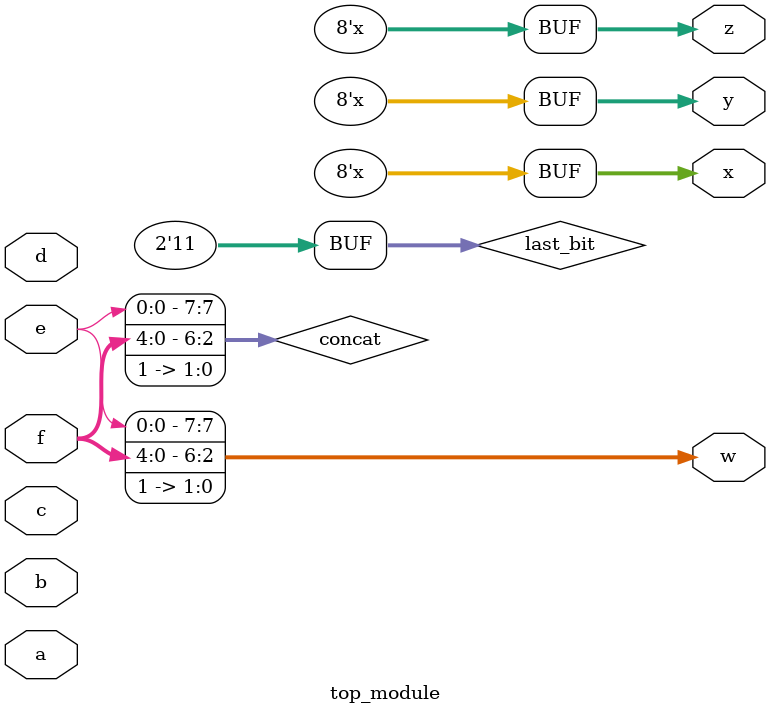
<source format=sv>
module top_module (
    input [4:0] a,
    input [4:0] b,
    input [4:0] c,
    input [4:0] d,
    input [4:0] e,
    input [4:0] f,
    output [7:0] w,
    output [7:0] x,
    output [7:0] y,
    output [7:0] z
);

    wire [7:0] concat;
    wire [1:0] last_bit = 2'b11;

    assign concat = {a, b, c, d, e, f, last_bit};

    assign w = concat[7:0];
    assign x = concat[15:8];
    assign y = concat[23:16];
    assign z = concat[31:24];

endmodule

</source>
